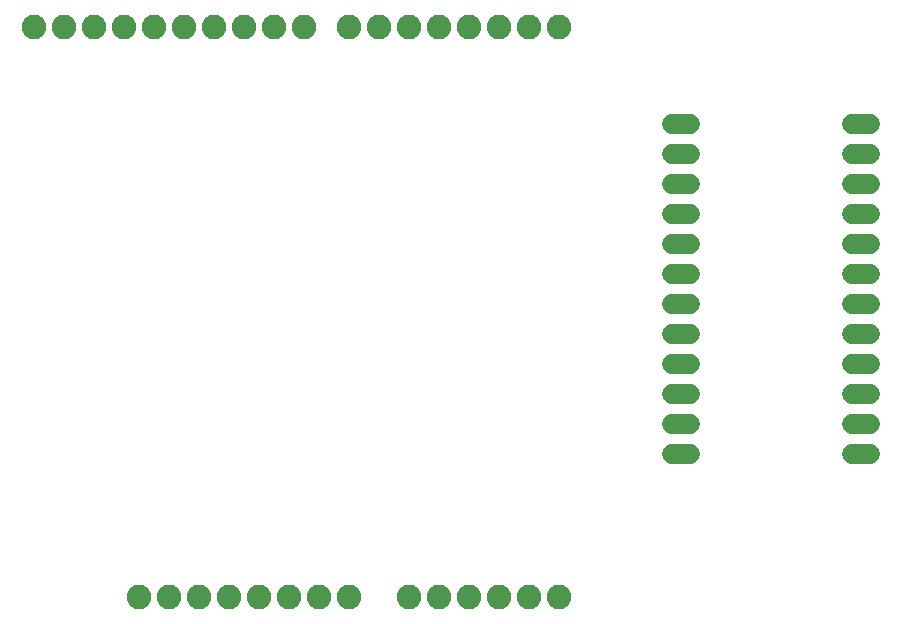
<source format=gbr>
G04 EAGLE Gerber RS-274X export*
G75*
%MOMM*%
%FSLAX34Y34*%
%LPD*%
%INSoldermask Top*%
%IPPOS*%
%AMOC8*
5,1,8,0,0,1.08239X$1,22.5*%
G01*
G04 Define Apertures*
%ADD10C,1.727200*%
%ADD11C,2.082800*%
D10*
X844780Y539700D02*
X860020Y539700D01*
X860020Y514300D02*
X844780Y514300D01*
X844780Y488900D02*
X860020Y488900D01*
X860020Y463500D02*
X844780Y463500D01*
X844780Y438100D02*
X860020Y438100D01*
X860020Y412700D02*
X844780Y412700D01*
X844780Y387300D02*
X860020Y387300D01*
X860020Y361900D02*
X844780Y361900D01*
X844780Y336500D02*
X860020Y336500D01*
X860020Y311100D02*
X844780Y311100D01*
X844780Y285700D02*
X860020Y285700D01*
X860020Y260300D02*
X844780Y260300D01*
X707620Y260300D02*
X692380Y260300D01*
X692380Y285700D02*
X707620Y285700D01*
X707620Y311100D02*
X692380Y311100D01*
X692380Y336500D02*
X707620Y336500D01*
X707620Y361900D02*
X692380Y361900D01*
X692380Y387300D02*
X707620Y387300D01*
X707620Y412700D02*
X692380Y412700D01*
X692380Y438100D02*
X707620Y438100D01*
X707620Y463500D02*
X692380Y463500D01*
X692380Y488900D02*
X707620Y488900D01*
X707620Y514300D02*
X692380Y514300D01*
X692380Y539700D02*
X707620Y539700D01*
D11*
X292100Y139700D03*
X317500Y139700D03*
X342900Y139700D03*
X368300Y139700D03*
X393700Y139700D03*
X419100Y139700D03*
X469900Y139700D03*
X495300Y139700D03*
X520700Y139700D03*
X546100Y139700D03*
X571500Y139700D03*
X596900Y139700D03*
X596900Y622300D03*
X571500Y622300D03*
X546100Y622300D03*
X520700Y622300D03*
X495300Y622300D03*
X469900Y622300D03*
X444500Y622300D03*
X419100Y622300D03*
X381000Y622300D03*
X355600Y622300D03*
X330200Y622300D03*
X304800Y622300D03*
X279400Y622300D03*
X254000Y622300D03*
X228600Y622300D03*
X203200Y622300D03*
X177800Y622300D03*
X152400Y622300D03*
X266700Y139700D03*
X241300Y139700D03*
M02*

</source>
